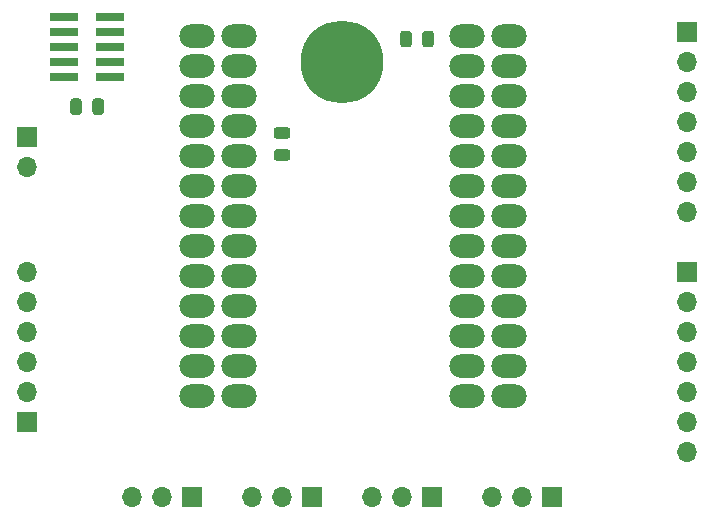
<source format=gbr>
G04 #@! TF.GenerationSoftware,KiCad,Pcbnew,5.1.7-a382d34a8~88~ubuntu20.04.1*
G04 #@! TF.CreationDate,2021-06-05T17:46:56-07:00*
G04 #@! TF.ProjectId,ft4232h-breakout,66743432-3332-4682-9d62-7265616b6f75,Jun2021*
G04 #@! TF.SameCoordinates,Original*
G04 #@! TF.FileFunction,Soldermask,Top*
G04 #@! TF.FilePolarity,Negative*
%FSLAX46Y46*%
G04 Gerber Fmt 4.6, Leading zero omitted, Abs format (unit mm)*
G04 Created by KiCad (PCBNEW 5.1.7-a382d34a8~88~ubuntu20.04.1) date 2021-06-05 17:46:56*
%MOMM*%
%LPD*%
G01*
G04 APERTURE LIST*
%ADD10C,7.000000*%
%ADD11O,1.700000X1.700000*%
%ADD12R,1.700000X1.700000*%
%ADD13R,2.400000X0.740000*%
%ADD14O,3.000000X2.000000*%
G04 APERTURE END LIST*
D10*
G04 #@! TO.C,TP1*
X99060000Y-87630000D03*
G04 #@! TD*
G04 #@! TO.C,R1*
G36*
G01*
X94436250Y-94165000D02*
X93523750Y-94165000D01*
G75*
G02*
X93280000Y-93921250I0J243750D01*
G01*
X93280000Y-93433750D01*
G75*
G02*
X93523750Y-93190000I243750J0D01*
G01*
X94436250Y-93190000D01*
G75*
G02*
X94680000Y-93433750I0J-243750D01*
G01*
X94680000Y-93921250D01*
G75*
G02*
X94436250Y-94165000I-243750J0D01*
G01*
G37*
G36*
G01*
X94436250Y-96040000D02*
X93523750Y-96040000D01*
G75*
G02*
X93280000Y-95796250I0J243750D01*
G01*
X93280000Y-95308750D01*
G75*
G02*
X93523750Y-95065000I243750J0D01*
G01*
X94436250Y-95065000D01*
G75*
G02*
X94680000Y-95308750I0J-243750D01*
G01*
X94680000Y-95796250D01*
G75*
G02*
X94436250Y-96040000I-243750J0D01*
G01*
G37*
G04 #@! TD*
D11*
G04 #@! TO.C,J9*
X72390000Y-96520000D03*
D12*
X72390000Y-93980000D03*
G04 #@! TD*
D13*
G04 #@! TO.C,J5*
X75520000Y-83820000D03*
X79420000Y-83820000D03*
X75520000Y-85090000D03*
X79420000Y-85090000D03*
X75520000Y-86360000D03*
X79420000Y-86360000D03*
X75520000Y-87630000D03*
X79420000Y-87630000D03*
X75520000Y-88900000D03*
X79420000Y-88900000D03*
G04 #@! TD*
D14*
G04 #@! TO.C,X1*
X90325000Y-115940000D03*
X113200000Y-110860000D03*
X90325000Y-108320000D03*
X113200000Y-115940000D03*
X109675000Y-115940000D03*
X109675000Y-110860000D03*
X86800000Y-115940000D03*
X90325000Y-105780000D03*
X109675000Y-113400000D03*
X109675000Y-108320000D03*
X113200000Y-105780000D03*
X109675000Y-105780000D03*
X90325000Y-113400000D03*
X86800000Y-105780000D03*
X113200000Y-113400000D03*
X90325000Y-110860000D03*
X86800000Y-108320000D03*
X86800000Y-110860000D03*
X113200000Y-108320000D03*
X86800000Y-113400000D03*
X113200000Y-98160000D03*
X109675000Y-98160000D03*
X86800000Y-100700000D03*
X113200000Y-95620000D03*
X109675000Y-100700000D03*
X90325000Y-100700000D03*
X86800000Y-95620000D03*
X109675000Y-95620000D03*
X113200000Y-100700000D03*
X90325000Y-95620000D03*
X90325000Y-103240000D03*
X113200000Y-103240000D03*
X90325000Y-98160000D03*
X109675000Y-103240000D03*
X86800000Y-103240000D03*
X86800000Y-98160000D03*
X113200000Y-93080000D03*
X109675000Y-93080000D03*
X113200000Y-90540000D03*
X86800000Y-90540000D03*
X109675000Y-90540000D03*
X90325000Y-90540000D03*
X90325000Y-93080000D03*
X86800000Y-93080000D03*
X113200000Y-88000000D03*
X86800000Y-88000000D03*
X109675000Y-88000000D03*
X90325000Y-88000000D03*
X86800000Y-85460000D03*
X113200000Y-85460000D03*
X90325000Y-85460000D03*
X109675000Y-85460000D03*
G04 #@! TD*
D11*
G04 #@! TO.C,J8*
X72390000Y-105410000D03*
X72390000Y-107950000D03*
X72390000Y-110490000D03*
X72390000Y-113030000D03*
X72390000Y-115570000D03*
D12*
X72390000Y-118110000D03*
G04 #@! TD*
D11*
G04 #@! TO.C,J7*
X128270000Y-120650000D03*
X128270000Y-118110000D03*
X128270000Y-115570000D03*
X128270000Y-113030000D03*
X128270000Y-110490000D03*
X128270000Y-107950000D03*
D12*
X128270000Y-105410000D03*
G04 #@! TD*
D11*
G04 #@! TO.C,J6*
X128270000Y-100330000D03*
X128270000Y-97790000D03*
X128270000Y-95250000D03*
X128270000Y-92710000D03*
X128270000Y-90170000D03*
X128270000Y-87630000D03*
D12*
X128270000Y-85090000D03*
G04 #@! TD*
D11*
G04 #@! TO.C,J4*
X81280000Y-124460000D03*
X83820000Y-124460000D03*
D12*
X86360000Y-124460000D03*
G04 #@! TD*
D11*
G04 #@! TO.C,J3*
X91440000Y-124460000D03*
X93980000Y-124460000D03*
D12*
X96520000Y-124460000D03*
G04 #@! TD*
D11*
G04 #@! TO.C,J2*
X101600000Y-124460000D03*
X104140000Y-124460000D03*
D12*
X106680000Y-124460000D03*
G04 #@! TD*
D11*
G04 #@! TO.C,J1*
X111760000Y-124460000D03*
X114300000Y-124460000D03*
D12*
X116840000Y-124460000D03*
G04 #@! TD*
G04 #@! TO.C,C5*
G36*
G01*
X77020000Y-90983750D02*
X77020000Y-91896250D01*
G75*
G02*
X76776250Y-92140000I-243750J0D01*
G01*
X76288750Y-92140000D01*
G75*
G02*
X76045000Y-91896250I0J243750D01*
G01*
X76045000Y-90983750D01*
G75*
G02*
X76288750Y-90740000I243750J0D01*
G01*
X76776250Y-90740000D01*
G75*
G02*
X77020000Y-90983750I0J-243750D01*
G01*
G37*
G36*
G01*
X78895000Y-90983750D02*
X78895000Y-91896250D01*
G75*
G02*
X78651250Y-92140000I-243750J0D01*
G01*
X78163750Y-92140000D01*
G75*
G02*
X77920000Y-91896250I0J243750D01*
G01*
X77920000Y-90983750D01*
G75*
G02*
X78163750Y-90740000I243750J0D01*
G01*
X78651250Y-90740000D01*
G75*
G02*
X78895000Y-90983750I0J-243750D01*
G01*
G37*
G04 #@! TD*
G04 #@! TO.C,C1*
G36*
G01*
X105860000Y-86181250D02*
X105860000Y-85268750D01*
G75*
G02*
X106103750Y-85025000I243750J0D01*
G01*
X106591250Y-85025000D01*
G75*
G02*
X106835000Y-85268750I0J-243750D01*
G01*
X106835000Y-86181250D01*
G75*
G02*
X106591250Y-86425000I-243750J0D01*
G01*
X106103750Y-86425000D01*
G75*
G02*
X105860000Y-86181250I0J243750D01*
G01*
G37*
G36*
G01*
X103985000Y-86181250D02*
X103985000Y-85268750D01*
G75*
G02*
X104228750Y-85025000I243750J0D01*
G01*
X104716250Y-85025000D01*
G75*
G02*
X104960000Y-85268750I0J-243750D01*
G01*
X104960000Y-86181250D01*
G75*
G02*
X104716250Y-86425000I-243750J0D01*
G01*
X104228750Y-86425000D01*
G75*
G02*
X103985000Y-86181250I0J243750D01*
G01*
G37*
G04 #@! TD*
M02*

</source>
